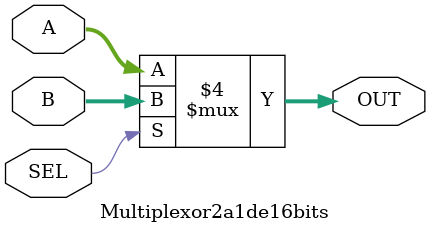
<source format=v>
module Multiplexor2a1de16bits (A, B, SEL, OUT);  

    input [15:0] A, B;
    input SEL;
    output reg [15:0] OUT;

    always @(A or B or SEL)
    begin
        if (~SEL)
            OUT = A;
        else
            OUT = B;
    end

endmodule
</source>
